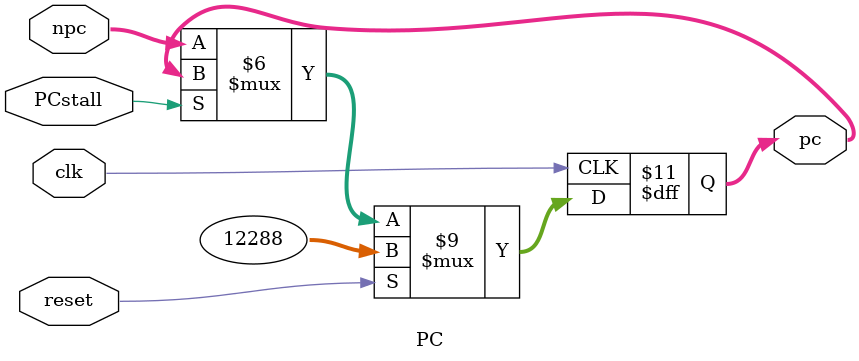
<source format=v>
`include "defines.v"
module PC(
    input clk,
    input reset,
    input PCstall,
    input [31:0] npc,
    output reg [31:0] pc
);
	
    always @(posedge clk) begin
        if (reset == 1) begin
            pc <= 32'h00003000;
        end else begin 
            if (PCstall == 1) begin
                pc <= pc;
            end else begin
                pc <= npc;
            end    
        end
    end

    initial begin
        pc = 32'h00003000;
    end

endmodule
</source>
